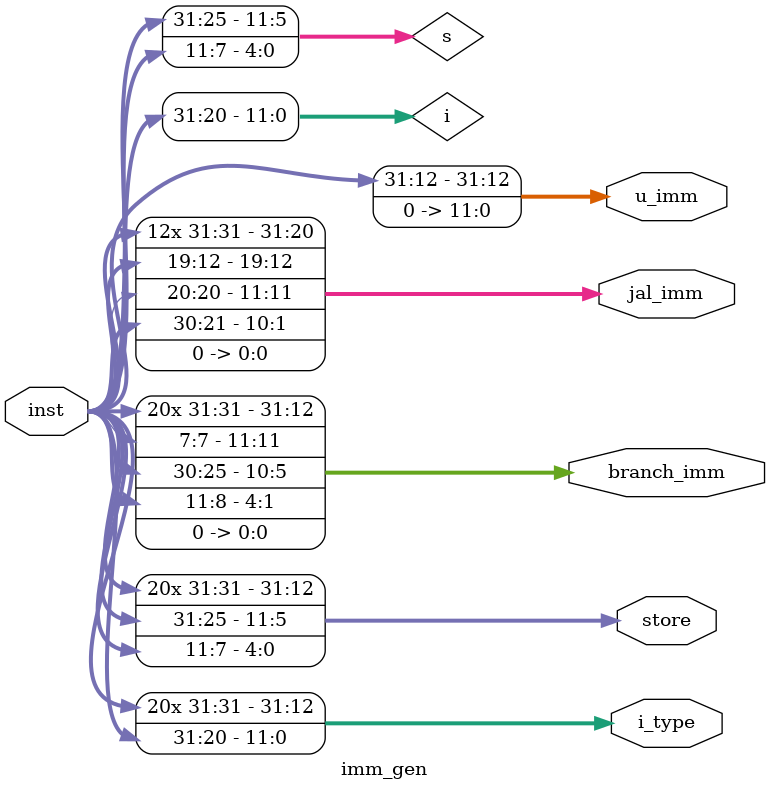
<source format=v>
module imm_gen (inst,i_type,store,branch_imm,jal_imm,u_imm);
    input wire[31:0] inst;
    output reg [31:0] i_type,store,branch_imm,jal_imm,u_imm;
    reg [11:0] i,s;

    always @(*)begin
      //i_type//load//jalr
      i= inst [31:20];
      i_type={{20{i[11]}},i};
      //store
      s [4:0] = inst [11:7];
      s [11:5] = inst  [31:25];
      store={{20{s[11]}},s}; 
      //branch
      branch_imm = {{19{inst[31]}},inst[31],inst[7],inst[30:25],inst[11:8],1'b0};
      //jal
      jal_imm = {{11{inst[31]}},inst[31],inst[19:12],inst[20],inst[30:21],1'b0};
      //auips//lui
      u_imm = {{inst[31:12]},12'b0};
    end
endmodule
</source>
